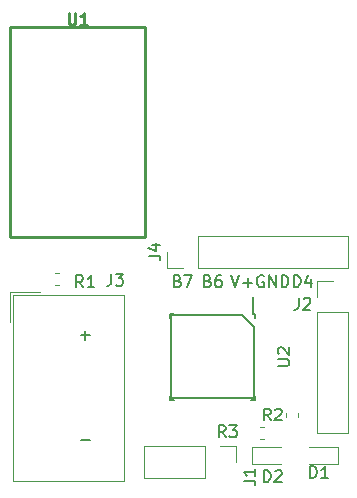
<source format=gbr>
G04 #@! TF.GenerationSoftware,KiCad,Pcbnew,5.1.2*
G04 #@! TF.CreationDate,2019-05-25T23:05:01-04:00*
G04 #@! TF.ProjectId,skateboardController,736b6174-6562-46f6-9172-64436f6e7472,rev?*
G04 #@! TF.SameCoordinates,Original*
G04 #@! TF.FileFunction,Legend,Top*
G04 #@! TF.FilePolarity,Positive*
%FSLAX46Y46*%
G04 Gerber Fmt 4.6, Leading zero omitted, Abs format (unit mm)*
G04 Created by KiCad (PCBNEW 5.1.2) date 2019-05-25 23:05:01*
%MOMM*%
%LPD*%
G04 APERTURE LIST*
%ADD10C,0.150000*%
%ADD11C,0.120000*%
%ADD12C,0.254000*%
%ADD13C,0.250000*%
G04 APERTURE END LIST*
D10*
X85394800Y-104444800D02*
X91389200Y-104444800D01*
X85394800Y-111455200D02*
X85394800Y-104444800D01*
X92379800Y-111455200D02*
X85394800Y-111455200D01*
X92405200Y-105460800D02*
X92405200Y-111455200D01*
X91389200Y-104444800D02*
X92405200Y-105460800D01*
X77724047Y-115006428D02*
X78485952Y-115006428D01*
X77724047Y-106116428D02*
X78485952Y-106116428D01*
X78105000Y-106497380D02*
X78105000Y-105735476D01*
X95781904Y-102052380D02*
X95781904Y-101052380D01*
X96020000Y-101052380D01*
X96162857Y-101100000D01*
X96258095Y-101195238D01*
X96305714Y-101290476D01*
X96353333Y-101480952D01*
X96353333Y-101623809D01*
X96305714Y-101814285D01*
X96258095Y-101909523D01*
X96162857Y-102004761D01*
X96020000Y-102052380D01*
X95781904Y-102052380D01*
X97210476Y-101385714D02*
X97210476Y-102052380D01*
X96972380Y-101004761D02*
X96734285Y-101719047D01*
X97353333Y-101719047D01*
X85955238Y-101528571D02*
X86098095Y-101576190D01*
X86145714Y-101623809D01*
X86193333Y-101719047D01*
X86193333Y-101861904D01*
X86145714Y-101957142D01*
X86098095Y-102004761D01*
X86002857Y-102052380D01*
X85621904Y-102052380D01*
X85621904Y-101052380D01*
X85955238Y-101052380D01*
X86050476Y-101100000D01*
X86098095Y-101147619D01*
X86145714Y-101242857D01*
X86145714Y-101338095D01*
X86098095Y-101433333D01*
X86050476Y-101480952D01*
X85955238Y-101528571D01*
X85621904Y-101528571D01*
X86526666Y-101052380D02*
X87193333Y-101052380D01*
X86764761Y-102052380D01*
X88495238Y-101528571D02*
X88638095Y-101576190D01*
X88685714Y-101623809D01*
X88733333Y-101719047D01*
X88733333Y-101861904D01*
X88685714Y-101957142D01*
X88638095Y-102004761D01*
X88542857Y-102052380D01*
X88161904Y-102052380D01*
X88161904Y-101052380D01*
X88495238Y-101052380D01*
X88590476Y-101100000D01*
X88638095Y-101147619D01*
X88685714Y-101242857D01*
X88685714Y-101338095D01*
X88638095Y-101433333D01*
X88590476Y-101480952D01*
X88495238Y-101528571D01*
X88161904Y-101528571D01*
X89590476Y-101052380D02*
X89400000Y-101052380D01*
X89304761Y-101100000D01*
X89257142Y-101147619D01*
X89161904Y-101290476D01*
X89114285Y-101480952D01*
X89114285Y-101861904D01*
X89161904Y-101957142D01*
X89209523Y-102004761D01*
X89304761Y-102052380D01*
X89495238Y-102052380D01*
X89590476Y-102004761D01*
X89638095Y-101957142D01*
X89685714Y-101861904D01*
X89685714Y-101623809D01*
X89638095Y-101528571D01*
X89590476Y-101480952D01*
X89495238Y-101433333D01*
X89304761Y-101433333D01*
X89209523Y-101480952D01*
X89161904Y-101528571D01*
X89114285Y-101623809D01*
X90487619Y-101052380D02*
X90820952Y-102052380D01*
X91154285Y-101052380D01*
X91487619Y-101671428D02*
X92249523Y-101671428D01*
X91868571Y-102052380D02*
X91868571Y-101290476D01*
X93218095Y-101100000D02*
X93122857Y-101052380D01*
X92980000Y-101052380D01*
X92837142Y-101100000D01*
X92741904Y-101195238D01*
X92694285Y-101290476D01*
X92646666Y-101480952D01*
X92646666Y-101623809D01*
X92694285Y-101814285D01*
X92741904Y-101909523D01*
X92837142Y-102004761D01*
X92980000Y-102052380D01*
X93075238Y-102052380D01*
X93218095Y-102004761D01*
X93265714Y-101957142D01*
X93265714Y-101623809D01*
X93075238Y-101623809D01*
X93694285Y-102052380D02*
X93694285Y-101052380D01*
X94265714Y-102052380D01*
X94265714Y-101052380D01*
X94741904Y-102052380D02*
X94741904Y-101052380D01*
X94980000Y-101052380D01*
X95122857Y-101100000D01*
X95218095Y-101195238D01*
X95265714Y-101290476D01*
X95313333Y-101480952D01*
X95313333Y-101623809D01*
X95265714Y-101814285D01*
X95218095Y-101909523D01*
X95122857Y-102004761D01*
X94980000Y-102052380D01*
X94741904Y-102052380D01*
D11*
X100390000Y-100390000D02*
X100390000Y-97730000D01*
X87630000Y-100390000D02*
X100390000Y-100390000D01*
X87630000Y-97730000D02*
X100390000Y-97730000D01*
X87630000Y-100390000D02*
X87630000Y-97730000D01*
X86360000Y-100390000D02*
X85030000Y-100390000D01*
X85030000Y-100390000D02*
X85030000Y-99060000D01*
D10*
X92525000Y-104325000D02*
X92300000Y-104325000D01*
X92525000Y-111575000D02*
X92200000Y-111575000D01*
X85275000Y-111575000D02*
X85600000Y-111575000D01*
X85275000Y-104325000D02*
X85600000Y-104325000D01*
X92525000Y-104325000D02*
X92525000Y-104650000D01*
X85275000Y-104325000D02*
X85275000Y-104650000D01*
X85275000Y-111575000D02*
X85275000Y-111250000D01*
X92525000Y-111575000D02*
X92525000Y-111250000D01*
X92300000Y-104325000D02*
X92300000Y-102900000D01*
D11*
X81383000Y-102727000D02*
X81383000Y-118507000D01*
X81383000Y-118507000D02*
X72033000Y-118507000D01*
X72033000Y-118507000D02*
X72033000Y-102727000D01*
X72033000Y-102727000D02*
X81383000Y-102727000D01*
X71783000Y-102477000D02*
X71783000Y-105017000D01*
X71783000Y-102477000D02*
X74323000Y-102477000D01*
D12*
X71755000Y-97790000D02*
X83185000Y-97790000D01*
X83185000Y-97790000D02*
X83185000Y-80010000D01*
X83185000Y-80010000D02*
X71755000Y-80010000D01*
X71755000Y-80010000D02*
X71755000Y-97790000D01*
D11*
X83125000Y-115510000D02*
X83125000Y-118170000D01*
X88265000Y-115510000D02*
X83125000Y-115510000D01*
X88265000Y-118170000D02*
X83125000Y-118170000D01*
X88265000Y-115510000D02*
X88265000Y-118170000D01*
X89535000Y-115510000D02*
X90865000Y-115510000D01*
X90865000Y-115510000D02*
X90865000Y-116840000D01*
X97730000Y-114360000D02*
X100390000Y-114360000D01*
X97730000Y-104140000D02*
X97730000Y-114360000D01*
X100390000Y-104140000D02*
X100390000Y-114360000D01*
X97730000Y-104140000D02*
X100390000Y-104140000D01*
X97730000Y-102870000D02*
X97730000Y-101540000D01*
X97730000Y-101540000D02*
X99060000Y-101540000D01*
X75534733Y-100836000D02*
X75877267Y-100836000D01*
X75534733Y-101856000D02*
X75877267Y-101856000D01*
X97103000Y-117067000D02*
X99563000Y-117067000D01*
X99563000Y-117067000D02*
X99563000Y-115597000D01*
X99563000Y-115597000D02*
X97103000Y-115597000D01*
X92207000Y-117067000D02*
X94667000Y-117067000D01*
X92207000Y-115597000D02*
X92207000Y-117067000D01*
X94667000Y-115597000D02*
X92207000Y-115597000D01*
X95121000Y-113060267D02*
X95121000Y-112717733D01*
X96141000Y-113060267D02*
X96141000Y-112717733D01*
X93248267Y-113917000D02*
X92905733Y-113917000D01*
X93248267Y-114937000D02*
X92905733Y-114937000D01*
D10*
X83482380Y-99393333D02*
X84196666Y-99393333D01*
X84339523Y-99440952D01*
X84434761Y-99536190D01*
X84482380Y-99679047D01*
X84482380Y-99774285D01*
X83815714Y-98488571D02*
X84482380Y-98488571D01*
X83434761Y-98726666D02*
X84149047Y-98964761D01*
X84149047Y-98345714D01*
X94402380Y-108711904D02*
X95211904Y-108711904D01*
X95307142Y-108664285D01*
X95354761Y-108616666D01*
X95402380Y-108521428D01*
X95402380Y-108330952D01*
X95354761Y-108235714D01*
X95307142Y-108188095D01*
X95211904Y-108140476D01*
X94402380Y-108140476D01*
X94497619Y-107711904D02*
X94450000Y-107664285D01*
X94402380Y-107569047D01*
X94402380Y-107330952D01*
X94450000Y-107235714D01*
X94497619Y-107188095D01*
X94592857Y-107140476D01*
X94688095Y-107140476D01*
X94830952Y-107188095D01*
X95402380Y-107759523D01*
X95402380Y-107140476D01*
X80311666Y-100925380D02*
X80311666Y-101639666D01*
X80264047Y-101782523D01*
X80168809Y-101877761D01*
X80025952Y-101925380D01*
X79930714Y-101925380D01*
X80692619Y-100925380D02*
X81311666Y-100925380D01*
X80978333Y-101306333D01*
X81121190Y-101306333D01*
X81216428Y-101353952D01*
X81264047Y-101401571D01*
X81311666Y-101496809D01*
X81311666Y-101734904D01*
X81264047Y-101830142D01*
X81216428Y-101877761D01*
X81121190Y-101925380D01*
X80835476Y-101925380D01*
X80740238Y-101877761D01*
X80692619Y-101830142D01*
D13*
X76708095Y-78827380D02*
X76708095Y-79636904D01*
X76755714Y-79732142D01*
X76803333Y-79779761D01*
X76898571Y-79827380D01*
X77089047Y-79827380D01*
X77184285Y-79779761D01*
X77231904Y-79732142D01*
X77279523Y-79636904D01*
X77279523Y-78827380D01*
X78279523Y-79827380D02*
X77708095Y-79827380D01*
X77993809Y-79827380D02*
X77993809Y-78827380D01*
X77898571Y-78970238D01*
X77803333Y-79065476D01*
X77708095Y-79113095D01*
D10*
X91527380Y-118443333D02*
X92241666Y-118443333D01*
X92384523Y-118490952D01*
X92479761Y-118586190D01*
X92527380Y-118729047D01*
X92527380Y-118824285D01*
X92527380Y-117443333D02*
X92527380Y-118014761D01*
X92527380Y-117729047D02*
X91527380Y-117729047D01*
X91670238Y-117824285D01*
X91765476Y-117919523D01*
X91813095Y-118014761D01*
X96186666Y-102957380D02*
X96186666Y-103671666D01*
X96139047Y-103814523D01*
X96043809Y-103909761D01*
X95900952Y-103957380D01*
X95805714Y-103957380D01*
X96615238Y-103052619D02*
X96662857Y-103005000D01*
X96758095Y-102957380D01*
X96996190Y-102957380D01*
X97091428Y-103005000D01*
X97139047Y-103052619D01*
X97186666Y-103147857D01*
X97186666Y-103243095D01*
X97139047Y-103385952D01*
X96567619Y-103957380D01*
X97186666Y-103957380D01*
X77938333Y-102052380D02*
X77605000Y-101576190D01*
X77366904Y-102052380D02*
X77366904Y-101052380D01*
X77747857Y-101052380D01*
X77843095Y-101100000D01*
X77890714Y-101147619D01*
X77938333Y-101242857D01*
X77938333Y-101385714D01*
X77890714Y-101480952D01*
X77843095Y-101528571D01*
X77747857Y-101576190D01*
X77366904Y-101576190D01*
X78890714Y-102052380D02*
X78319285Y-102052380D01*
X78605000Y-102052380D02*
X78605000Y-101052380D01*
X78509761Y-101195238D01*
X78414523Y-101290476D01*
X78319285Y-101338095D01*
X97164904Y-118214380D02*
X97164904Y-117214380D01*
X97403000Y-117214380D01*
X97545857Y-117262000D01*
X97641095Y-117357238D01*
X97688714Y-117452476D01*
X97736333Y-117642952D01*
X97736333Y-117785809D01*
X97688714Y-117976285D01*
X97641095Y-118071523D01*
X97545857Y-118166761D01*
X97403000Y-118214380D01*
X97164904Y-118214380D01*
X98688714Y-118214380D02*
X98117285Y-118214380D01*
X98403000Y-118214380D02*
X98403000Y-117214380D01*
X98307761Y-117357238D01*
X98212523Y-117452476D01*
X98117285Y-117500095D01*
X93241904Y-118562380D02*
X93241904Y-117562380D01*
X93480000Y-117562380D01*
X93622857Y-117610000D01*
X93718095Y-117705238D01*
X93765714Y-117800476D01*
X93813333Y-117990952D01*
X93813333Y-118133809D01*
X93765714Y-118324285D01*
X93718095Y-118419523D01*
X93622857Y-118514761D01*
X93480000Y-118562380D01*
X93241904Y-118562380D01*
X94194285Y-117657619D02*
X94241904Y-117610000D01*
X94337142Y-117562380D01*
X94575238Y-117562380D01*
X94670476Y-117610000D01*
X94718095Y-117657619D01*
X94765714Y-117752857D01*
X94765714Y-117848095D01*
X94718095Y-117990952D01*
X94146666Y-118562380D01*
X94765714Y-118562380D01*
X93813333Y-113341380D02*
X93480000Y-112865190D01*
X93241904Y-113341380D02*
X93241904Y-112341380D01*
X93622857Y-112341380D01*
X93718095Y-112389000D01*
X93765714Y-112436619D01*
X93813333Y-112531857D01*
X93813333Y-112674714D01*
X93765714Y-112769952D01*
X93718095Y-112817571D01*
X93622857Y-112865190D01*
X93241904Y-112865190D01*
X94194285Y-112436619D02*
X94241904Y-112389000D01*
X94337142Y-112341380D01*
X94575238Y-112341380D01*
X94670476Y-112389000D01*
X94718095Y-112436619D01*
X94765714Y-112531857D01*
X94765714Y-112627095D01*
X94718095Y-112769952D01*
X94146666Y-113341380D01*
X94765714Y-113341380D01*
X90003333Y-114752380D02*
X89670000Y-114276190D01*
X89431904Y-114752380D02*
X89431904Y-113752380D01*
X89812857Y-113752380D01*
X89908095Y-113800000D01*
X89955714Y-113847619D01*
X90003333Y-113942857D01*
X90003333Y-114085714D01*
X89955714Y-114180952D01*
X89908095Y-114228571D01*
X89812857Y-114276190D01*
X89431904Y-114276190D01*
X90336666Y-113752380D02*
X90955714Y-113752380D01*
X90622380Y-114133333D01*
X90765238Y-114133333D01*
X90860476Y-114180952D01*
X90908095Y-114228571D01*
X90955714Y-114323809D01*
X90955714Y-114561904D01*
X90908095Y-114657142D01*
X90860476Y-114704761D01*
X90765238Y-114752380D01*
X90479523Y-114752380D01*
X90384285Y-114704761D01*
X90336666Y-114657142D01*
M02*

</source>
